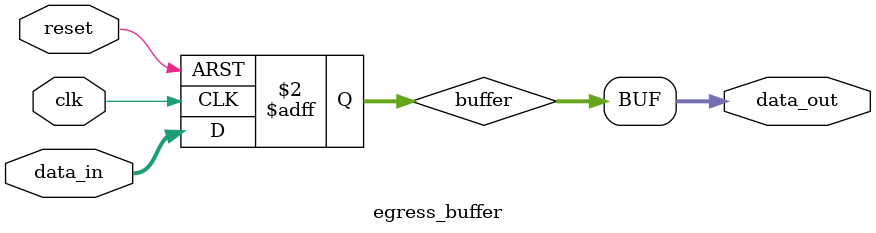
<source format=sv>
module egress_buffer #(parameter WIDTH = 128)(
    input logic clk,
    input logic reset,
    input logic [WIDTH-1:0] data_in,
    output logic [WIDTH-1:0] data_out
);
    logic [WIDTH-1:0] buffer;

    always_ff @(posedge clk or posedge reset) begin
        if (reset) begin
            buffer <= {WIDTH{1'b0}};
        end else begin
            buffer <= data_in;
        end
    end

    assign data_out = buffer;
endmodule

</source>
